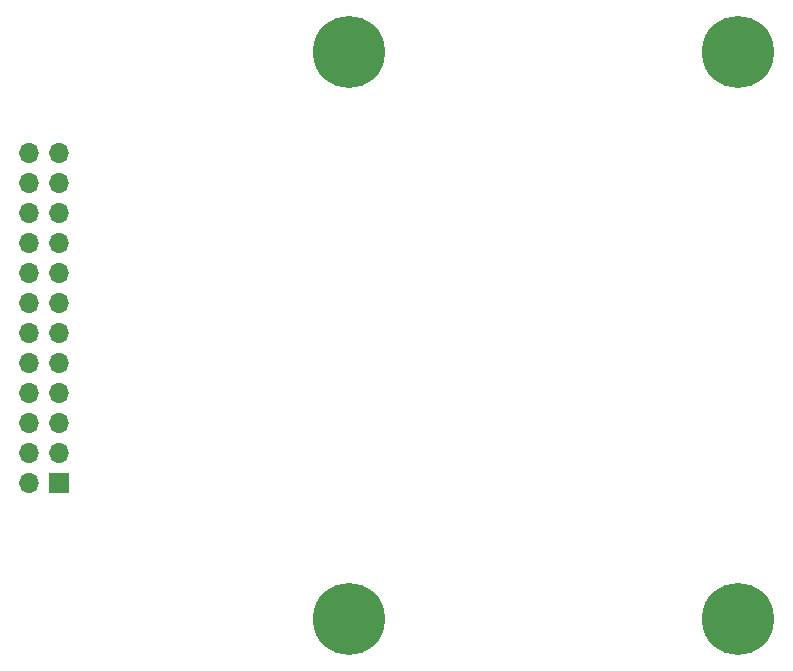
<source format=gbr>
%TF.GenerationSoftware,KiCad,Pcbnew,(6.0.0-0)*%
%TF.CreationDate,2022-03-30T15:47:29-05:00*%
%TF.ProjectId,spacebot-CM4-breakout,73706163-6562-46f7-942d-434d342d6272,rev?*%
%TF.SameCoordinates,Original*%
%TF.FileFunction,Soldermask,Bot*%
%TF.FilePolarity,Negative*%
%FSLAX46Y46*%
G04 Gerber Fmt 4.6, Leading zero omitted, Abs format (unit mm)*
G04 Created by KiCad (PCBNEW (6.0.0-0)) date 2022-03-30 15:47:29*
%MOMM*%
%LPD*%
G01*
G04 APERTURE LIST*
%ADD10R,1.700000X1.700000*%
%ADD11O,1.700000X1.700000*%
%ADD12C,6.100000*%
G04 APERTURE END LIST*
D10*
%TO.C,J1*%
X110075000Y-111375000D03*
D11*
X107535000Y-111375000D03*
X110075000Y-108835000D03*
X107535000Y-108835000D03*
X110075000Y-106295000D03*
X107535000Y-106295000D03*
X110075000Y-103755000D03*
X107535000Y-103755000D03*
X110075000Y-101215000D03*
X107535000Y-101215000D03*
X110075000Y-98675000D03*
X107535000Y-98675000D03*
X110075000Y-96135000D03*
X107535000Y-96135000D03*
X110075000Y-93595000D03*
X107535000Y-93595000D03*
X110075000Y-91055000D03*
X107535000Y-91055000D03*
X110075000Y-88515000D03*
X107535000Y-88515000D03*
X110075000Y-85975000D03*
X107535000Y-85975000D03*
X110075000Y-83435000D03*
X107535000Y-83435000D03*
%TD*%
D12*
%TO.C,U1*%
X167600000Y-74925000D03*
X134600000Y-122925000D03*
X167600000Y-122925000D03*
X134600000Y-74925000D03*
%TD*%
M02*

</source>
